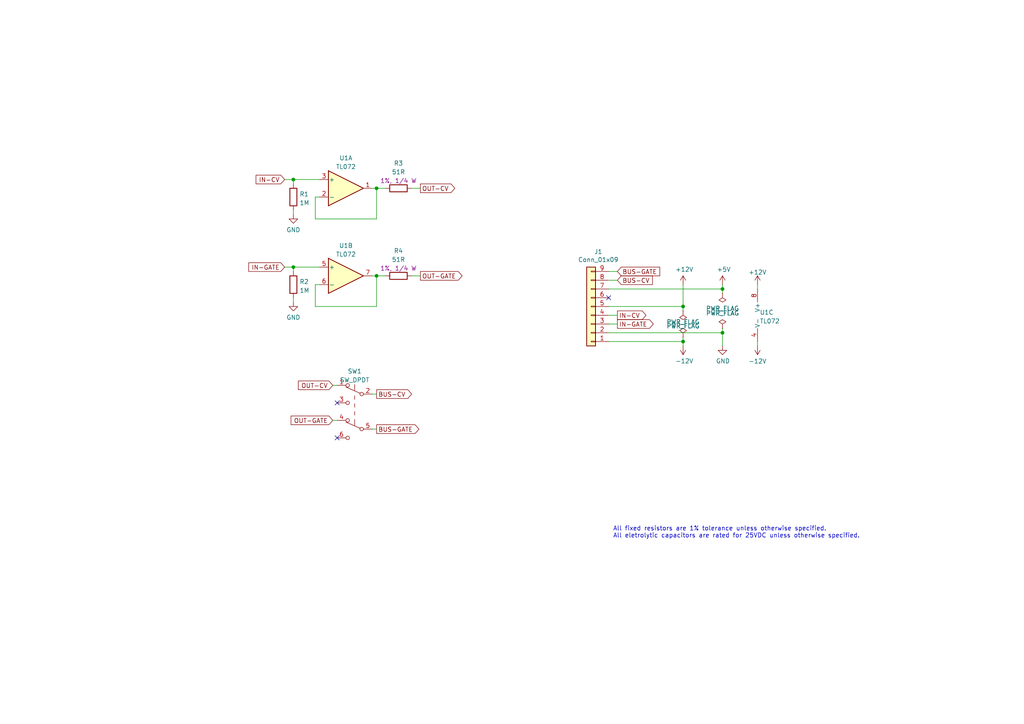
<source format=kicad_sch>
(kicad_sch (version 20211123) (generator eeschema)

  (uuid a1a9a0d8-c6de-418f-9a57-bf7f74b6d401)

  (paper "A4")

  (title_block
    (title "Bus Driver Prototype")
    (date "2022-05-28")
    (rev "1.0")
    (company "Len Popp")
    (comment 1 "Copyright © 2022 Len Popp CC BY")
    (comment 2 "Circuit design for my custom Eurorack breadboard prototyping module")
  )

  (lib_symbols
    (symbol "-lmp-opamp:TL072" (pin_names (offset 0.127)) (in_bom yes) (on_board yes)
      (property "Reference" "U" (id 0) (at 0 5.08 0)
        (effects (font (size 1.27 1.27)) (justify left))
      )
      (property "Value" "TL072" (id 1) (at 0 -5.08 0)
        (effects (font (size 1.27 1.27)) (justify left))
      )
      (property "Footprint" "Package_DIP:DIP-8_W7.62mm" (id 2) (at 0 0 0)
        (effects (font (size 1.27 1.27)) hide)
      )
      (property "Datasheet" "https://www.ti.com/lit/ds/symlink/tl072b.pdf?ts=1628812694194" (id 3) (at 0 0 0)
        (effects (font (size 1.27 1.27)) hide)
      )
      (property "Manufacturer" "Texas Instruments" (id 4) (at 0 0 0)
        (effects (font (size 1.27 1.27)) hide)
      )
      (property "ManufacturerPartNum" "TL072BCP" (id 5) (at 0 0 0)
        (effects (font (size 1.27 1.27)) hide)
      )
      (property "Distributor" "Mouser" (id 6) (at 0 0 0)
        (effects (font (size 1.27 1.27)) hide)
      )
      (property "DistributorPartNum" "595-TL072BCP" (id 7) (at 0 0 0)
        (effects (font (size 1.27 1.27)) hide)
      )
      (property "DistributorPartLink" "https://www.mouser.ca/ProductDetail/Texas-Instruments/TL072BCP?qs=p6YqzpSxLIxmo8AyZLsP4g%3D%3D" (id 8) (at 0 0 0)
        (effects (font (size 1.27 1.27)) hide)
      )
      (property "ki_locked" "" (id 9) (at 0 0 0)
        (effects (font (size 1.27 1.27)))
      )
      (property "ki_keywords" "quad opamp" (id 10) (at 0 0 0)
        (effects (font (size 1.27 1.27)) hide)
      )
      (property "ki_description" "Dual Low-Noise JFET-Input Operational Amplifiers, DIP-8/SOIC-8" (id 11) (at 0 0 0)
        (effects (font (size 1.27 1.27)) hide)
      )
      (property "ki_fp_filters" "SOIC*3.9x4.9mm*P1.27mm* DIP*W7.62mm* TO*99* OnSemi*Micro8* TSSOP*3x3mm*P0.65mm* TSSOP*4.4x3mm*P0.65mm* MSOP*3x3mm*P0.65mm* SSOP*3.9x4.9mm*P0.635mm* LFCSP*2x2mm*P0.5mm* *SIP* SOIC*5.3x6.2mm*P1.27mm*" (id 12) (at 0 0 0)
        (effects (font (size 1.27 1.27)) hide)
      )
      (symbol "TL072_1_1"
        (polyline
          (pts
            (xy -5.08 5.08)
            (xy 5.08 0)
            (xy -5.08 -5.08)
            (xy -5.08 5.08)
          )
          (stroke (width 0.254) (type default) (color 0 0 0 0))
          (fill (type background))
        )
        (pin output line (at 7.62 0 180) (length 2.54)
          (name "~" (effects (font (size 1.27 1.27))))
          (number "1" (effects (font (size 1.27 1.27))))
        )
        (pin input line (at -7.62 -2.54 0) (length 2.54)
          (name "-" (effects (font (size 1.27 1.27))))
          (number "2" (effects (font (size 1.27 1.27))))
        )
        (pin input line (at -7.62 2.54 0) (length 2.54)
          (name "+" (effects (font (size 1.27 1.27))))
          (number "3" (effects (font (size 1.27 1.27))))
        )
      )
      (symbol "TL072_2_1"
        (polyline
          (pts
            (xy -5.08 5.08)
            (xy 5.08 0)
            (xy -5.08 -5.08)
            (xy -5.08 5.08)
          )
          (stroke (width 0.254) (type default) (color 0 0 0 0))
          (fill (type background))
        )
        (pin input line (at -7.62 2.54 0) (length 2.54)
          (name "+" (effects (font (size 1.27 1.27))))
          (number "5" (effects (font (size 1.27 1.27))))
        )
        (pin input line (at -7.62 -2.54 0) (length 2.54)
          (name "-" (effects (font (size 1.27 1.27))))
          (number "6" (effects (font (size 1.27 1.27))))
        )
        (pin output line (at 7.62 0 180) (length 2.54)
          (name "~" (effects (font (size 1.27 1.27))))
          (number "7" (effects (font (size 1.27 1.27))))
        )
      )
      (symbol "TL072_3_1"
        (pin power_in line (at -2.54 -7.62 90) (length 3.81)
          (name "V-" (effects (font (size 1.27 1.27))))
          (number "4" (effects (font (size 1.27 1.27))))
        )
        (pin power_in line (at -2.54 7.62 270) (length 3.81)
          (name "V+" (effects (font (size 1.27 1.27))))
          (number "8" (effects (font (size 1.27 1.27))))
        )
      )
    )
    (symbol "-lmp-power:+12V" (power) (pin_names (offset 0)) (in_bom yes) (on_board yes)
      (property "Reference" "#PWR" (id 0) (at 0 -3.81 0)
        (effects (font (size 1.27 1.27)) hide)
      )
      (property "Value" "+12V" (id 1) (at 0 3.556 0)
        (effects (font (size 1.27 1.27)))
      )
      (property "Footprint" "" (id 2) (at 0 0 0)
        (effects (font (size 1.27 1.27)) hide)
      )
      (property "Datasheet" "" (id 3) (at 0 0 0)
        (effects (font (size 1.27 1.27)) hide)
      )
      (property "ki_keywords" "power-flag" (id 4) (at 0 0 0)
        (effects (font (size 1.27 1.27)) hide)
      )
      (property "ki_description" "Power symbol creates a global label with name \"+12V\"" (id 5) (at 0 0 0)
        (effects (font (size 1.27 1.27)) hide)
      )
      (symbol "+12V_0_1"
        (polyline
          (pts
            (xy -0.762 1.27)
            (xy 0 2.54)
          )
          (stroke (width 0) (type default) (color 0 0 0 0))
          (fill (type none))
        )
        (polyline
          (pts
            (xy 0 0)
            (xy 0 2.54)
          )
          (stroke (width 0) (type default) (color 0 0 0 0))
          (fill (type none))
        )
        (polyline
          (pts
            (xy 0 2.54)
            (xy 0.762 1.27)
          )
          (stroke (width 0) (type default) (color 0 0 0 0))
          (fill (type none))
        )
      )
      (symbol "+12V_1_1"
        (pin power_in line (at 0 0 90) (length 0) hide
          (name "+12V" (effects (font (size 1.27 1.27))))
          (number "1" (effects (font (size 1.27 1.27))))
        )
      )
    )
    (symbol "-lmp-power:+5V" (power) (pin_names (offset 0)) (in_bom yes) (on_board yes)
      (property "Reference" "#PWR" (id 0) (at 0 -3.81 0)
        (effects (font (size 1.27 1.27)) hide)
      )
      (property "Value" "+5V" (id 1) (at 0 3.556 0)
        (effects (font (size 1.27 1.27)))
      )
      (property "Footprint" "" (id 2) (at 0 0 0)
        (effects (font (size 1.27 1.27)) hide)
      )
      (property "Datasheet" "" (id 3) (at 0 0 0)
        (effects (font (size 1.27 1.27)) hide)
      )
      (property "ki_keywords" "power-flag" (id 4) (at 0 0 0)
        (effects (font (size 1.27 1.27)) hide)
      )
      (property "ki_description" "Power symbol creates a global label with name \"+5V\"" (id 5) (at 0 0 0)
        (effects (font (size 1.27 1.27)) hide)
      )
      (symbol "+5V_0_1"
        (polyline
          (pts
            (xy -0.762 1.27)
            (xy 0 2.54)
          )
          (stroke (width 0) (type default) (color 0 0 0 0))
          (fill (type none))
        )
        (polyline
          (pts
            (xy 0 0)
            (xy 0 2.54)
          )
          (stroke (width 0) (type default) (color 0 0 0 0))
          (fill (type none))
        )
        (polyline
          (pts
            (xy 0 2.54)
            (xy 0.762 1.27)
          )
          (stroke (width 0) (type default) (color 0 0 0 0))
          (fill (type none))
        )
      )
      (symbol "+5V_1_1"
        (pin power_in line (at 0 0 90) (length 0) hide
          (name "+5V" (effects (font (size 1.27 1.27))))
          (number "1" (effects (font (size 1.27 1.27))))
        )
      )
    )
    (symbol "-lmp-power:-12V" (power) (pin_names (offset 0)) (in_bom yes) (on_board yes)
      (property "Reference" "#PWR" (id 0) (at 0 3.81 0)
        (effects (font (size 1.27 1.27)) hide)
      )
      (property "Value" "-12V" (id 1) (at 0 -3.556 0)
        (effects (font (size 1.27 1.27)))
      )
      (property "Footprint" "" (id 2) (at 0 0 0)
        (effects (font (size 1.27 1.27)) hide)
      )
      (property "Datasheet" "" (id 3) (at 0 0 0)
        (effects (font (size 1.27 1.27)) hide)
      )
      (property "ki_keywords" "power-flag" (id 4) (at 0 0 0)
        (effects (font (size 1.27 1.27)) hide)
      )
      (property "ki_description" "Power symbol creates a global label with name \"-12V\"" (id 5) (at 0 0 0)
        (effects (font (size 1.27 1.27)) hide)
      )
      (symbol "-12V_0_1"
        (polyline
          (pts
            (xy -0.762 -1.27)
            (xy 0 -2.54)
          )
          (stroke (width 0) (type default) (color 0 0 0 0))
          (fill (type none))
        )
        (polyline
          (pts
            (xy 0 -2.54)
            (xy 0.762 -1.27)
          )
          (stroke (width 0) (type default) (color 0 0 0 0))
          (fill (type none))
        )
        (polyline
          (pts
            (xy 0 0)
            (xy 0 -2.54)
          )
          (stroke (width 0) (type default) (color 0 0 0 0))
          (fill (type none))
        )
      )
      (symbol "-12V_1_1"
        (pin power_in line (at 0 0 270) (length 0) hide
          (name "-12V" (effects (font (size 1.27 1.27))))
          (number "1" (effects (font (size 1.27 1.27))))
        )
      )
    )
    (symbol "-lmp-power:GND" (power) (pin_names (offset 0)) (in_bom yes) (on_board yes)
      (property "Reference" "#PWR" (id 0) (at 0 -6.35 0)
        (effects (font (size 1.27 1.27)) hide)
      )
      (property "Value" "GND" (id 1) (at 0 -3.81 0)
        (effects (font (size 1.27 1.27)))
      )
      (property "Footprint" "" (id 2) (at 0 0 0)
        (effects (font (size 1.27 1.27)) hide)
      )
      (property "Datasheet" "" (id 3) (at 0 0 0)
        (effects (font (size 1.27 1.27)) hide)
      )
      (property "ki_keywords" "power-flag" (id 4) (at 0 0 0)
        (effects (font (size 1.27 1.27)) hide)
      )
      (property "ki_description" "Power symbol creates a global label with name \"GND\" , ground" (id 5) (at 0 0 0)
        (effects (font (size 1.27 1.27)) hide)
      )
      (symbol "GND_0_1"
        (polyline
          (pts
            (xy 0 0)
            (xy 0 -1.27)
            (xy 1.27 -1.27)
            (xy 0 -2.54)
            (xy -1.27 -1.27)
            (xy 0 -1.27)
          )
          (stroke (width 0) (type default) (color 0 0 0 0))
          (fill (type none))
        )
      )
      (symbol "GND_1_1"
        (pin power_in line (at 0 0 270) (length 0) hide
          (name "GND" (effects (font (size 1.27 1.27))))
          (number "1" (effects (font (size 1.27 1.27))))
        )
      )
    )
    (symbol "-lmp-power:PWR_FLAG" (power) (pin_numbers hide) (pin_names (offset 0) hide) (in_bom yes) (on_board yes)
      (property "Reference" "#FLG" (id 0) (at 0 1.905 0)
        (effects (font (size 1.27 1.27)) hide)
      )
      (property "Value" "PWR_FLAG" (id 1) (at 0 3.81 0)
        (effects (font (size 1.27 1.27)))
      )
      (property "Footprint" "" (id 2) (at 0 0 0)
        (effects (font (size 1.27 1.27)) hide)
      )
      (property "Datasheet" "~" (id 3) (at 0 0 0)
        (effects (font (size 1.27 1.27)) hide)
      )
      (property "ki_keywords" "power-flag" (id 4) (at 0 0 0)
        (effects (font (size 1.27 1.27)) hide)
      )
      (property "ki_description" "Special symbol for telling ERC where power comes from" (id 5) (at 0 0 0)
        (effects (font (size 1.27 1.27)) hide)
      )
      (symbol "PWR_FLAG_0_0"
        (pin power_out line (at 0 0 90) (length 0)
          (name "pwr" (effects (font (size 1.27 1.27))))
          (number "1" (effects (font (size 1.27 1.27))))
        )
      )
      (symbol "PWR_FLAG_0_1"
        (polyline
          (pts
            (xy 0 0)
            (xy 0 1.27)
            (xy -1.016 1.905)
            (xy 0 2.54)
            (xy 1.016 1.905)
            (xy 0 1.27)
          )
          (stroke (width 0) (type default) (color 0 0 0 0))
          (fill (type none))
        )
      )
    )
    (symbol "-lmp-synth:R_51R_Output" (pin_numbers hide) (pin_names (offset 0)) (in_bom yes) (on_board yes)
      (property "Reference" "R" (id 0) (at -2.286 0 90)
        (effects (font (size 1.27 1.27)))
      )
      (property "Value" "R_51R_Output" (id 1) (at 2.413 0 90)
        (effects (font (size 1.27 1.27)))
      )
      (property "Footprint" "-lmp-misc:R_Axial_DIN0207_L6.3mm_D2.5mm_P10.16mm_Horizontal" (id 2) (at -1.778 0 90)
        (effects (font (size 1.27 1.27)) hide)
      )
      (property "Datasheet" "https://www.mouser.ca/datasheet/2/447/Yageo_LR_MFR_1-1714151.pdf" (id 3) (at 0 0 0)
        (effects (font (size 1.27 1.27)) hide)
      )
      (property "Value2" "1%, 1/4 W" (id 4) (at 4.445 0 90)
        (effects (font (size 1.27 1.27)))
      )
      (property "Note" "Output limiting" (id 5) (at -1.905 -1.905 90)
        (effects (font (size 1.27 1.27)) hide)
      )
      (property "Manufacturer" "YAGEO" (id 6) (at 0 0 0)
        (effects (font (size 1.27 1.27)) hide)
      )
      (property "ManufacturerPartNum" "MFR-25FBF52-51R" (id 7) (at 0 0 0)
        (effects (font (size 1.27 1.27)) hide)
      )
      (property "Distributor" "Mouser" (id 8) (at -1.905 0 90)
        (effects (font (size 1.27 1.27)) hide)
      )
      (property "DistributorPartNum" "603-MFR-25FBF52-51R" (id 9) (at 0 0 0)
        (effects (font (size 1.27 1.27)) hide)
      )
      (property "DistributorPartLink" "https://www.mouser.ca/ProductDetail/?qs=oAGoVhmvjhzVx2bdEH1TLQ%3D%3D" (id 10) (at 0 0 0)
        (effects (font (size 1.27 1.27)) hide)
      )
      (property "ki_keywords" "R res resistor" (id 11) (at 0 0 0)
        (effects (font (size 1.27 1.27)) hide)
      )
      (property "ki_description" "Resistor" (id 12) (at 0 0 0)
        (effects (font (size 1.27 1.27)) hide)
      )
      (property "ki_fp_filters" "R_*" (id 13) (at 0 0 0)
        (effects (font (size 1.27 1.27)) hide)
      )
      (symbol "R_51R_Output_0_1"
        (rectangle (start -1.016 -2.54) (end 1.016 2.54)
          (stroke (width 0.254) (type default) (color 0 0 0 0))
          (fill (type none))
        )
      )
      (symbol "R_51R_Output_1_1"
        (pin passive line (at 0 3.81 270) (length 1.27)
          (name "~" (effects (font (size 1.27 1.27))))
          (number "1" (effects (font (size 1.27 1.27))))
        )
        (pin passive line (at 0 -3.81 90) (length 1.27)
          (name "~" (effects (font (size 1.27 1.27))))
          (number "2" (effects (font (size 1.27 1.27))))
        )
      )
    )
    (symbol "-lmp-synth:SW_DPDT" (pin_names (offset 0) hide) (in_bom yes) (on_board yes)
      (property "Reference" "SW" (id 0) (at 0 8.89 0)
        (effects (font (size 1.27 1.27)))
      )
      (property "Value" "SW_DPDT" (id 1) (at 0 -10.16 0)
        (effects (font (size 1.27 1.27)))
      )
      (property "Footprint" "-lmp-misc:SW_DPDT_THT_2.54" (id 2) (at 0 5.08 0)
        (effects (font (size 1.27 1.27)) hide)
      )
      (property "Datasheet" "https://www.carlingtech.com/sites/default/files/documents/Carling-MTS-2S-Series.pdf" (id 3) (at 0 5.08 0)
        (effects (font (size 1.27 1.27)) hide)
      )
      (property "Distributor" "Mouser" (id 4) (at 0 0 0)
        (effects (font (size 1.27 1.27)) hide)
      )
      (property "DistributorPartNum" "10TC415" (id 5) (at 0 0 0)
        (effects (font (size 1.27 1.27)) hide)
      )
      (property "DistributorPartLink" "https://www.mouser.ca/ProductDetail/Mountain-Switch/10TC415?qs=iZD9pWtnGRefQ6NhCLkVPw%3D%3D" (id 6) (at 0 0 0)
        (effects (font (size 1.27 1.27)) hide)
      )
      (property "Distributor2" "Antique Electronic Supply" (id 7) (at 0 0 0)
        (effects (font (size 1.27 1.27)) hide)
      )
      (property "DistributorPartNum2" "P-H545-SUB" (id 8) (at 0 0 0)
        (effects (font (size 1.27 1.27)) hide)
      )
      (property "DistributorPartLink2" "https://www.tubesandmore.com/products/switch-carling-submini-toggle-dpdt-2-position-pc-pins" (id 9) (at 0 0 0)
        (effects (font (size 1.27 1.27)) hide)
      )
      (property "Distributor3" "Thonk" (id 10) (at 0 0 0)
        (effects (font (size 1.27 1.27)) hide)
      )
      (property "DistributorPartNum3" "Group_SWITCH_DW" (id 11) (at 0 0 0)
        (effects (font (size 1.27 1.27)) hide)
      )
      (property "DistributorPartLink3" "https://www.thonk.co.uk/shop/sub-mini-toggle-switches/" (id 12) (at 0 0 0)
        (effects (font (size 1.27 1.27)) hide)
      )
      (property "Manufacturer" "Carling" (id 13) (at 0 0 0)
        (effects (font (size 1.27 1.27)) hide)
      )
      (property "ManufacturerPartNum" "2S1-MDP1-T1-B1-M2QE" (id 14) (at 0 0 0)
        (effects (font (size 1.27 1.27)) hide)
      )
      (property "ki_keywords" "switch dual-pole double-throw spdt ON-ON" (id 15) (at 0 0 0)
        (effects (font (size 1.27 1.27)) hide)
      )
      (property "ki_description" "Momentary Switch, dual pole double throw" (id 16) (at 0 0 0)
        (effects (font (size 1.27 1.27)) hide)
      )
      (symbol "SW_DPDT_0_0"
        (circle (center -2.032 -5.08) (radius 0.508)
          (stroke (width 0) (type default) (color 0 0 0 0))
          (fill (type none))
        )
        (circle (center -2.032 5.08) (radius 0.508)
          (stroke (width 0) (type default) (color 0 0 0 0))
          (fill (type none))
        )
        (circle (center 2.032 -7.62) (radius 0.508)
          (stroke (width 0) (type default) (color 0 0 0 0))
          (fill (type none))
        )
        (circle (center 2.032 2.54) (radius 0.508)
          (stroke (width 0) (type default) (color 0 0 0 0))
          (fill (type none))
        )
      )
      (symbol "SW_DPDT_0_1"
        (polyline
          (pts
            (xy -1.524 -4.826)
            (xy 2.54 -3.048)
          )
          (stroke (width 0) (type default) (color 0 0 0 0))
          (fill (type none))
        )
        (polyline
          (pts
            (xy -1.524 5.334)
            (xy 2.54 7.112)
          )
          (stroke (width 0) (type default) (color 0 0 0 0))
          (fill (type none))
        )
        (polyline
          (pts
            (xy 0 -2.286)
            (xy 0 -4.064)
          )
          (stroke (width 0) (type default) (color 0 0 0 0))
          (fill (type none))
        )
        (polyline
          (pts
            (xy 0 -1.016)
            (xy 0 0)
          )
          (stroke (width 0) (type default) (color 0 0 0 0))
          (fill (type none))
        )
        (polyline
          (pts
            (xy 0 1.27)
            (xy 0 2.286)
          )
          (stroke (width 0) (type default) (color 0 0 0 0))
          (fill (type none))
        )
        (polyline
          (pts
            (xy 0 3.556)
            (xy 0 4.572)
          )
          (stroke (width 0) (type default) (color 0 0 0 0))
          (fill (type none))
        )
        (polyline
          (pts
            (xy 0 7.874)
            (xy 0 6.096)
          )
          (stroke (width 0) (type default) (color 0 0 0 0))
          (fill (type none))
        )
        (circle (center 2.032 -2.54) (radius 0.508)
          (stroke (width 0) (type default) (color 0 0 0 0))
          (fill (type none))
        )
        (circle (center 2.032 7.62) (radius 0.508)
          (stroke (width 0) (type default) (color 0 0 0 0))
          (fill (type none))
        )
      )
      (symbol "SW_DPDT_1_1"
        (pin passive line (at 5.08 7.62 180) (length 2.54)
          (name "A" (effects (font (size 1.27 1.27))))
          (number "1" (effects (font (size 1.27 1.27))))
        )
        (pin passive line (at -5.08 5.08 0) (length 2.54)
          (name "B" (effects (font (size 1.27 1.27))))
          (number "2" (effects (font (size 1.27 1.27))))
        )
        (pin passive line (at 5.08 2.54 180) (length 2.54)
          (name "C" (effects (font (size 1.27 1.27))))
          (number "3" (effects (font (size 1.27 1.27))))
        )
        (pin passive line (at 5.08 -2.54 180) (length 2.54)
          (name "A" (effects (font (size 1.27 1.27))))
          (number "4" (effects (font (size 1.27 1.27))))
        )
        (pin passive line (at -5.08 -5.08 0) (length 2.54)
          (name "B" (effects (font (size 1.27 1.27))))
          (number "5" (effects (font (size 1.27 1.27))))
        )
        (pin passive line (at 5.08 -7.62 180) (length 2.54)
          (name "C" (effects (font (size 1.27 1.27))))
          (number "6" (effects (font (size 1.27 1.27))))
        )
      )
    )
    (symbol "-lmp:R_1%_0W166" (pin_numbers hide) (pin_names (offset 0)) (in_bom yes) (on_board yes)
      (property "Reference" "R" (id 0) (at -2.286 0 90)
        (effects (font (size 1.27 1.27)))
      )
      (property "Value" "R_1%_0W166" (id 1) (at 2.413 0 90)
        (effects (font (size 1.27 1.27)))
      )
      (property "Footprint" "-lmp-misc:R_Axial_DIN0207_L6.3mm_D2.5mm_P7.62mm_Horizontal" (id 2) (at -1.778 0 90)
        (effects (font (size 1.27 1.27)) hide)
      )
      (property "Datasheet" "https://www.mouser.ca/datasheet/2/447/Yageo_LR_MFR_1-1714151.pdf" (id 3) (at 0 0 0)
        (effects (font (size 1.27 1.27)) hide)
      )
      (property "Manufacturer" "YAGEO" (id 4) (at 0 0 0)
        (effects (font (size 1.27 1.27)) hide)
      )
      (property "ManufacturerPartNum" "MFR-12*" (id 5) (at 0 0 0)
        (effects (font (size 1.27 1.27)) hide)
      )
      (property "Distributor" "Mouser" (id 6) (at 0 0 0)
        (effects (font (size 1.27 1.27)) hide)
      )
      (property "DistributorPartNum" "603-MFR-12*" (id 7) (at 0 0 0)
        (effects (font (size 1.27 1.27)) hide)
      )
      (property "DistributorPartLink" "https://www.mouser.ca/c/?m=YAGEO&power+rating=166+mW+(1%2f6+W)&tolerance=1+%25&instock=y" (id 8) (at 0 0 0)
        (effects (font (size 1.27 1.27)) hide)
      )
      (property "Value2" "1%, 1/6 W" (id 9) (at 4.953 0 90)
        (effects (font (size 1.27 1.27)) hide)
      )
      (property "ki_keywords" "R res resistor" (id 10) (at 0 0 0)
        (effects (font (size 1.27 1.27)) hide)
      )
      (property "ki_description" "Resistor" (id 11) (at 0 0 0)
        (effects (font (size 1.27 1.27)) hide)
      )
      (property "ki_fp_filters" "R_*" (id 12) (at 0 0 0)
        (effects (font (size 1.27 1.27)) hide)
      )
      (symbol "R_1%_0W166_0_1"
        (rectangle (start -1.016 -2.54) (end 1.016 2.54)
          (stroke (width 0.254) (type default) (color 0 0 0 0))
          (fill (type none))
        )
      )
      (symbol "R_1%_0W166_1_1"
        (pin passive line (at 0 3.81 270) (length 1.27)
          (name "~" (effects (font (size 1.27 1.27))))
          (number "1" (effects (font (size 1.27 1.27))))
        )
        (pin passive line (at 0 -3.81 90) (length 1.27)
          (name "~" (effects (font (size 1.27 1.27))))
          (number "2" (effects (font (size 1.27 1.27))))
        )
      )
    )
    (symbol "Connector_Generic:Conn_01x09" (pin_names (offset 1.016) hide) (in_bom yes) (on_board yes)
      (property "Reference" "J" (id 0) (at 0 12.7 0)
        (effects (font (size 1.27 1.27)))
      )
      (property "Value" "Conn_01x09" (id 1) (at 0 -12.7 0)
        (effects (font (size 1.27 1.27)))
      )
      (property "Footprint" "" (id 2) (at 0 0 0)
        (effects (font (size 1.27 1.27)) hide)
      )
      (property "Datasheet" "~" (id 3) (at 0 0 0)
        (effects (font (size 1.27 1.27)) hide)
      )
      (property "ki_keywords" "connector" (id 4) (at 0 0 0)
        (effects (font (size 1.27 1.27)) hide)
      )
      (property "ki_description" "Generic connector, single row, 01x09, script generated (kicad-library-utils/schlib/autogen/connector/)" (id 5) (at 0 0 0)
        (effects (font (size 1.27 1.27)) hide)
      )
      (property "ki_fp_filters" "Connector*:*_1x??_*" (id 6) (at 0 0 0)
        (effects (font (size 1.27 1.27)) hide)
      )
      (symbol "Conn_01x09_1_1"
        (rectangle (start -1.27 -10.033) (end 0 -10.287)
          (stroke (width 0.1524) (type default) (color 0 0 0 0))
          (fill (type none))
        )
        (rectangle (start -1.27 -7.493) (end 0 -7.747)
          (stroke (width 0.1524) (type default) (color 0 0 0 0))
          (fill (type none))
        )
        (rectangle (start -1.27 -4.953) (end 0 -5.207)
          (stroke (width 0.1524) (type default) (color 0 0 0 0))
          (fill (type none))
        )
        (rectangle (start -1.27 -2.413) (end 0 -2.667)
          (stroke (width 0.1524) (type default) (color 0 0 0 0))
          (fill (type none))
        )
        (rectangle (start -1.27 0.127) (end 0 -0.127)
          (stroke (width 0.1524) (type default) (color 0 0 0 0))
          (fill (type none))
        )
        (rectangle (start -1.27 2.667) (end 0 2.413)
          (stroke (width 0.1524) (type default) (color 0 0 0 0))
          (fill (type none))
        )
        (rectangle (start -1.27 5.207) (end 0 4.953)
          (stroke (width 0.1524) (type default) (color 0 0 0 0))
          (fill (type none))
        )
        (rectangle (start -1.27 7.747) (end 0 7.493)
          (stroke (width 0.1524) (type default) (color 0 0 0 0))
          (fill (type none))
        )
        (rectangle (start -1.27 10.287) (end 0 10.033)
          (stroke (width 0.1524) (type default) (color 0 0 0 0))
          (fill (type none))
        )
        (rectangle (start -1.27 11.43) (end 1.27 -11.43)
          (stroke (width 0.254) (type default) (color 0 0 0 0))
          (fill (type background))
        )
        (pin passive line (at -5.08 10.16 0) (length 3.81)
          (name "Pin_1" (effects (font (size 1.27 1.27))))
          (number "1" (effects (font (size 1.27 1.27))))
        )
        (pin passive line (at -5.08 7.62 0) (length 3.81)
          (name "Pin_2" (effects (font (size 1.27 1.27))))
          (number "2" (effects (font (size 1.27 1.27))))
        )
        (pin passive line (at -5.08 5.08 0) (length 3.81)
          (name "Pin_3" (effects (font (size 1.27 1.27))))
          (number "3" (effects (font (size 1.27 1.27))))
        )
        (pin passive line (at -5.08 2.54 0) (length 3.81)
          (name "Pin_4" (effects (font (size 1.27 1.27))))
          (number "4" (effects (font (size 1.27 1.27))))
        )
        (pin passive line (at -5.08 0 0) (length 3.81)
          (name "Pin_5" (effects (font (size 1.27 1.27))))
          (number "5" (effects (font (size 1.27 1.27))))
        )
        (pin passive line (at -5.08 -2.54 0) (length 3.81)
          (name "Pin_6" (effects (font (size 1.27 1.27))))
          (number "6" (effects (font (size 1.27 1.27))))
        )
        (pin passive line (at -5.08 -5.08 0) (length 3.81)
          (name "Pin_7" (effects (font (size 1.27 1.27))))
          (number "7" (effects (font (size 1.27 1.27))))
        )
        (pin passive line (at -5.08 -7.62 0) (length 3.81)
          (name "Pin_8" (effects (font (size 1.27 1.27))))
          (number "8" (effects (font (size 1.27 1.27))))
        )
        (pin passive line (at -5.08 -10.16 0) (length 3.81)
          (name "Pin_9" (effects (font (size 1.27 1.27))))
          (number "9" (effects (font (size 1.27 1.27))))
        )
      )
    )
  )

  (junction (at 198.12 99.06) (diameter 0) (color 0 0 0 0)
    (uuid 22c22de0-30f9-42af-ac14-44974608319c)
  )
  (junction (at 198.12 88.9) (diameter 0) (color 0 0 0 0)
    (uuid 277337c2-8b08-4bed-a885-4a8adba6aa1b)
  )
  (junction (at 209.55 96.52) (diameter 0) (color 0 0 0 0)
    (uuid 2de0f335-3e5d-4176-a9c8-d3718f0aa5a9)
  )
  (junction (at 85.09 52.07) (diameter 0) (color 0 0 0 0)
    (uuid 46aeee36-90fc-4300-87c7-16f9f4331ba2)
  )
  (junction (at 209.55 83.82) (diameter 0) (color 0 0 0 0)
    (uuid 5802adda-5a62-42e3-8e55-f26224a0ef6f)
  )
  (junction (at 109.22 54.61) (diameter 0) (color 0 0 0 0)
    (uuid b299ae9f-7187-4be2-80a4-ed2408361103)
  )
  (junction (at 109.22 80.01) (diameter 0) (color 0 0 0 0)
    (uuid cd528440-84c9-402c-9d2f-5b0c1291e9ae)
  )
  (junction (at 85.09 77.47) (diameter 0) (color 0 0 0 0)
    (uuid fb4eb797-3cca-4f73-a818-261ee1e2b677)
  )

  (no_connect (at 176.53 86.36) (uuid 90a74f5e-7380-4ff0-bb5e-d9d5841f174b))
  (no_connect (at 97.79 116.84) (uuid d111fa36-8548-4dcd-978f-7abd255d4b74))
  (no_connect (at 97.79 127) (uuid d111fa36-8548-4dcd-978f-7abd255d4b74))

  (wire (pts (xy 85.09 62.23) (xy 85.09 60.96))
    (stroke (width 0) (type default) (color 0 0 0 0))
    (uuid 03acb39b-53d4-40c2-86a5-a7f61acd181f)
  )
  (wire (pts (xy 109.22 54.61) (xy 109.22 63.5))
    (stroke (width 0) (type default) (color 0 0 0 0))
    (uuid 13533f5e-e622-49ed-b174-446d113f3379)
  )
  (wire (pts (xy 176.53 91.44) (xy 179.07 91.44))
    (stroke (width 0) (type default) (color 0 0 0 0))
    (uuid 15f06c58-f54a-4e99-8411-3b02ee2b6d87)
  )
  (wire (pts (xy 85.09 87.63) (xy 85.09 86.36))
    (stroke (width 0) (type default) (color 0 0 0 0))
    (uuid 19a39bc6-9726-469b-8869-a71bfe4a2eca)
  )
  (wire (pts (xy 198.12 99.06) (xy 198.12 97.79))
    (stroke (width 0) (type default) (color 0 0 0 0))
    (uuid 27949936-d4de-46b8-a7b5-f27b8704bb91)
  )
  (wire (pts (xy 209.55 95.25) (xy 209.55 96.52))
    (stroke (width 0) (type default) (color 0 0 0 0))
    (uuid 2e8b0c18-e4dc-4e55-ae79-2a9f266398d1)
  )
  (wire (pts (xy 91.44 82.55) (xy 91.44 88.9))
    (stroke (width 0) (type default) (color 0 0 0 0))
    (uuid 31e9fff9-99fc-4cb6-a487-849d67067810)
  )
  (wire (pts (xy 92.71 82.55) (xy 91.44 82.55))
    (stroke (width 0) (type default) (color 0 0 0 0))
    (uuid 321d2778-e3ea-4b24-8634-c7eab3f8898d)
  )
  (wire (pts (xy 96.52 121.92) (xy 97.79 121.92))
    (stroke (width 0) (type default) (color 0 0 0 0))
    (uuid 3b788b70-7980-462e-b4d8-bf3b6ee2408a)
  )
  (wire (pts (xy 109.22 54.61) (xy 111.76 54.61))
    (stroke (width 0) (type default) (color 0 0 0 0))
    (uuid 573bdb13-848d-4972-946d-b15a274f3f1c)
  )
  (wire (pts (xy 179.07 93.98) (xy 176.53 93.98))
    (stroke (width 0) (type default) (color 0 0 0 0))
    (uuid 57d975d4-6607-4de8-909d-121b06b236cd)
  )
  (wire (pts (xy 107.95 54.61) (xy 109.22 54.61))
    (stroke (width 0) (type default) (color 0 0 0 0))
    (uuid 599a1fd1-7b7b-45c7-870d-0d2a7059d31e)
  )
  (wire (pts (xy 209.55 96.52) (xy 176.53 96.52))
    (stroke (width 0) (type default) (color 0 0 0 0))
    (uuid 694a8561-8fe5-4c63-8ec3-a4bf3d5f6f49)
  )
  (wire (pts (xy 109.22 80.01) (xy 111.76 80.01))
    (stroke (width 0) (type default) (color 0 0 0 0))
    (uuid 6f8d91d3-9ceb-4446-a889-a1547274abbe)
  )
  (wire (pts (xy 119.38 80.01) (xy 121.92 80.01))
    (stroke (width 0) (type default) (color 0 0 0 0))
    (uuid 7512645f-c0ec-4c55-8f2f-46ff1c92b804)
  )
  (wire (pts (xy 119.38 54.61) (xy 121.92 54.61))
    (stroke (width 0) (type default) (color 0 0 0 0))
    (uuid 7d4b0ddf-f135-44f2-85b6-2cd9cfa11344)
  )
  (wire (pts (xy 198.12 90.17) (xy 198.12 88.9))
    (stroke (width 0) (type default) (color 0 0 0 0))
    (uuid 80016814-1048-4c03-8951-199346c6ded2)
  )
  (wire (pts (xy 107.95 114.3) (xy 109.22 114.3))
    (stroke (width 0) (type default) (color 0 0 0 0))
    (uuid 80395e33-71d7-4e93-95df-9b99cef01b14)
  )
  (wire (pts (xy 85.09 52.07) (xy 82.55 52.07))
    (stroke (width 0) (type default) (color 0 0 0 0))
    (uuid 8af70991-d295-47e2-8773-8a541e1e685f)
  )
  (wire (pts (xy 198.12 99.06) (xy 176.53 99.06))
    (stroke (width 0) (type default) (color 0 0 0 0))
    (uuid 98d5b032-0729-4f09-987b-334a5aaaf3d0)
  )
  (wire (pts (xy 176.53 81.28) (xy 179.07 81.28))
    (stroke (width 0) (type default) (color 0 0 0 0))
    (uuid 9bdeda29-d138-4c87-b429-3ac24826c6e2)
  )
  (wire (pts (xy 85.09 52.07) (xy 92.71 52.07))
    (stroke (width 0) (type default) (color 0 0 0 0))
    (uuid a13c091e-b6d8-428d-954f-1d4eb6834de7)
  )
  (wire (pts (xy 107.95 124.46) (xy 109.22 124.46))
    (stroke (width 0) (type default) (color 0 0 0 0))
    (uuid a1b1f79d-2d79-4409-90c0-25860b1e544f)
  )
  (wire (pts (xy 91.44 63.5) (xy 91.44 57.15))
    (stroke (width 0) (type default) (color 0 0 0 0))
    (uuid a4e717c1-ba14-4ecd-90b1-691af51869eb)
  )
  (wire (pts (xy 209.55 83.82) (xy 176.53 83.82))
    (stroke (width 0) (type default) (color 0 0 0 0))
    (uuid a78cb8a5-fd81-4136-995a-0e7ca3619782)
  )
  (wire (pts (xy 198.12 100.33) (xy 198.12 99.06))
    (stroke (width 0) (type default) (color 0 0 0 0))
    (uuid a8265823-7aed-4f18-8537-30fcd80f9a7e)
  )
  (wire (pts (xy 209.55 96.52) (xy 209.55 100.33))
    (stroke (width 0) (type default) (color 0 0 0 0))
    (uuid aba3e17e-f702-4b75-91f4-3f06c0f245fe)
  )
  (wire (pts (xy 85.09 78.74) (xy 85.09 77.47))
    (stroke (width 0) (type default) (color 0 0 0 0))
    (uuid abfd92cc-adc3-443e-9746-edd55e861525)
  )
  (wire (pts (xy 109.22 80.01) (xy 109.22 88.9))
    (stroke (width 0) (type default) (color 0 0 0 0))
    (uuid b48937ee-1f71-4c68-857d-e84cc4a5021e)
  )
  (wire (pts (xy 219.71 82.55) (xy 219.71 83.82))
    (stroke (width 0) (type default) (color 0 0 0 0))
    (uuid b6b2afef-f6f7-435e-8a2e-bf31cc16235c)
  )
  (wire (pts (xy 209.55 82.55) (xy 209.55 83.82))
    (stroke (width 0) (type default) (color 0 0 0 0))
    (uuid b74ff2d5-0e87-4f47-9d91-491558cfecf5)
  )
  (wire (pts (xy 96.52 111.76) (xy 97.79 111.76))
    (stroke (width 0) (type default) (color 0 0 0 0))
    (uuid b86ca7e5-80c6-4488-a9dd-e50642856478)
  )
  (wire (pts (xy 198.12 88.9) (xy 176.53 88.9))
    (stroke (width 0) (type default) (color 0 0 0 0))
    (uuid bc8124b5-dc30-4c9a-93ad-e245b0cfd8dc)
  )
  (wire (pts (xy 91.44 88.9) (xy 109.22 88.9))
    (stroke (width 0) (type default) (color 0 0 0 0))
    (uuid bcf3245f-b36e-478a-8e2c-b97a098e150c)
  )
  (wire (pts (xy 85.09 77.47) (xy 92.71 77.47))
    (stroke (width 0) (type default) (color 0 0 0 0))
    (uuid c8c4d167-f2e0-4965-a17a-843274ef3475)
  )
  (wire (pts (xy 179.07 78.74) (xy 176.53 78.74))
    (stroke (width 0) (type default) (color 0 0 0 0))
    (uuid cb381139-6573-4e1a-a168-3c5ba08b42e2)
  )
  (wire (pts (xy 85.09 77.47) (xy 82.55 77.47))
    (stroke (width 0) (type default) (color 0 0 0 0))
    (uuid cce3af1e-041e-49b4-9dde-11582e5a56af)
  )
  (wire (pts (xy 198.12 82.55) (xy 198.12 88.9))
    (stroke (width 0) (type default) (color 0 0 0 0))
    (uuid e268421f-f554-4321-91e4-8c2196ea25da)
  )
  (wire (pts (xy 209.55 83.82) (xy 209.55 85.09))
    (stroke (width 0) (type default) (color 0 0 0 0))
    (uuid e2e15110-eaf7-4186-b316-cc2f6948e07e)
  )
  (wire (pts (xy 85.09 53.34) (xy 85.09 52.07))
    (stroke (width 0) (type default) (color 0 0 0 0))
    (uuid e5554b9a-1aba-42c5-8d39-f3aa4b0bed37)
  )
  (wire (pts (xy 107.95 80.01) (xy 109.22 80.01))
    (stroke (width 0) (type default) (color 0 0 0 0))
    (uuid f367d46f-1262-44cf-b768-4e9a8ec75b1c)
  )
  (wire (pts (xy 219.71 99.06) (xy 219.71 100.33))
    (stroke (width 0) (type default) (color 0 0 0 0))
    (uuid f41b5d37-a11f-4625-b499-64d8ed66dcdf)
  )
  (wire (pts (xy 109.22 63.5) (xy 91.44 63.5))
    (stroke (width 0) (type default) (color 0 0 0 0))
    (uuid fb47539a-4983-4b2b-a2fd-aacdd62d1033)
  )
  (wire (pts (xy 91.44 57.15) (xy 92.71 57.15))
    (stroke (width 0) (type default) (color 0 0 0 0))
    (uuid ff985b7d-a1f5-4fa0-80d1-a473e4c05e03)
  )

  (text "All fixed resistors are 1% tolerance unless otherwise specified.\nAll eletrolytic capacitors are rated for 25VDC unless otherwise specified."
    (at 177.8 156.21 0)
    (effects (font (size 1.27 1.27)) (justify left bottom))
    (uuid 97954bdd-6f0e-481b-b33b-a2801266daa9)
  )

  (global_label "OUT-CV" (shape input) (at 96.52 111.76 180) (fields_autoplaced)
    (effects (font (size 1.27 1.27)) (justify right))
    (uuid 03425832-74d3-4938-a115-6f606041f88f)
    (property "Intersheet References" "${INTERSHEET_REFS}" (id 0) (at 86.6363 111.6806 0)
      (effects (font (size 1.27 1.27)) (justify right) hide)
    )
  )
  (global_label "IN-CV" (shape input) (at 82.55 52.07 180) (fields_autoplaced)
    (effects (font (size 1.27 1.27)) (justify right))
    (uuid 0c9933e5-b066-4cbf-ace2-a410b7baf3a4)
    (property "Intersheet References" "${INTERSHEET_REFS}" (id 0) (at 74.3596 51.9906 0)
      (effects (font (size 1.27 1.27)) (justify right) hide)
    )
  )
  (global_label "BUS-GATE" (shape output) (at 109.22 124.46 0) (fields_autoplaced)
    (effects (font (size 1.27 1.27)) (justify left))
    (uuid 133b7be0-2795-410e-a549-b755137142f6)
    (property "Intersheet References" "${INTERSHEET_REFS}" (id 0) (at 121.4018 124.3806 0)
      (effects (font (size 1.27 1.27)) (justify left) hide)
    )
  )
  (global_label "IN-GATE" (shape input) (at 82.55 77.47 180) (fields_autoplaced)
    (effects (font (size 1.27 1.27)) (justify right))
    (uuid 166efa41-faef-4f62-8d45-a11dc101885c)
    (property "Intersheet References" "${INTERSHEET_REFS}" (id 0) (at 72.2429 77.3906 0)
      (effects (font (size 1.27 1.27)) (justify right) hide)
    )
  )
  (global_label "OUT-GATE" (shape output) (at 121.92 80.01 0) (fields_autoplaced)
    (effects (font (size 1.27 1.27)) (justify left))
    (uuid 20320203-43d3-41c4-bf7f-a10f1bf129a3)
    (property "Intersheet References" "${INTERSHEET_REFS}" (id 0) (at 133.9204 79.9306 0)
      (effects (font (size 1.27 1.27)) (justify left) hide)
    )
  )
  (global_label "BUS-CV" (shape output) (at 109.22 114.3 0) (fields_autoplaced)
    (effects (font (size 1.27 1.27)) (justify left))
    (uuid 2e40872a-bc9c-4e8b-98b7-315bf80886d6)
    (property "Intersheet References" "${INTERSHEET_REFS}" (id 0) (at 119.2852 114.2206 0)
      (effects (font (size 1.27 1.27)) (justify left) hide)
    )
  )
  (global_label "BUS-CV" (shape input) (at 179.07 81.28 0) (fields_autoplaced)
    (effects (font (size 1.27 1.27)) (justify left))
    (uuid 349eabd2-9157-4e6f-84c8-33beed084473)
    (property "Intersheet References" "${INTERSHEET_REFS}" (id 0) (at 189.1352 81.2006 0)
      (effects (font (size 1.27 1.27)) (justify left) hide)
    )
  )
  (global_label "OUT-GATE" (shape input) (at 96.52 121.92 180) (fields_autoplaced)
    (effects (font (size 1.27 1.27)) (justify right))
    (uuid 3779bd85-6afb-4e89-9d53-928efdfc2496)
    (property "Intersheet References" "${INTERSHEET_REFS}" (id 0) (at 84.5196 121.8406 0)
      (effects (font (size 1.27 1.27)) (justify right) hide)
    )
  )
  (global_label "OUT-CV" (shape output) (at 121.92 54.61 0) (fields_autoplaced)
    (effects (font (size 1.27 1.27)) (justify left))
    (uuid 67ad5af1-8dac-4655-a481-2b3a56de0774)
    (property "Intersheet References" "${INTERSHEET_REFS}" (id 0) (at 131.8037 54.5306 0)
      (effects (font (size 1.27 1.27)) (justify left) hide)
    )
  )
  (global_label "BUS-GATE" (shape input) (at 179.07 78.74 0) (fields_autoplaced)
    (effects (font (size 1.27 1.27)) (justify left))
    (uuid 6ff2874f-e693-46ee-9e7b-44354f6e5884)
    (property "Intersheet References" "${INTERSHEET_REFS}" (id 0) (at 191.2518 78.6606 0)
      (effects (font (size 1.27 1.27)) (justify left) hide)
    )
  )
  (global_label "IN-CV" (shape output) (at 179.07 91.44 0) (fields_autoplaced)
    (effects (font (size 1.27 1.27)) (justify left))
    (uuid bd8354e6-6367-4dcd-aa20-50a90c915d71)
    (property "Intersheet References" "${INTERSHEET_REFS}" (id 0) (at 187.2604 91.3606 0)
      (effects (font (size 1.27 1.27)) (justify left) hide)
    )
  )
  (global_label "IN-GATE" (shape output) (at 179.07 93.98 0) (fields_autoplaced)
    (effects (font (size 1.27 1.27)) (justify left))
    (uuid ef9ab9de-65de-453b-92d1-8911d65e0733)
    (property "Intersheet References" "${INTERSHEET_REFS}" (id 0) (at 189.3771 93.9006 0)
      (effects (font (size 1.27 1.27)) (justify left) hide)
    )
  )

  (symbol (lib_id "-lmp-power:GND") (at 209.55 100.33 0) (unit 1)
    (in_bom yes) (on_board yes)
    (uuid 00000000-0000-0000-0000-000060c80bf1)
    (property "Reference" "#PWR06" (id 0) (at 209.55 106.68 0)
      (effects (font (size 1.27 1.27)) hide)
    )
    (property "Value" "GND" (id 1) (at 209.677 104.7242 0))
    (property "Footprint" "" (id 2) (at 209.55 100.33 0)
      (effects (font (size 1.27 1.27)) hide)
    )
    (property "Datasheet" "" (id 3) (at 209.55 100.33 0)
      (effects (font (size 1.27 1.27)) hide)
    )
    (pin "1" (uuid e2ec5c16-1e72-4a79-81b2-711742440b39))
  )

  (symbol (lib_id "-lmp-power:+12V") (at 198.12 82.55 0) (unit 1)
    (in_bom yes) (on_board yes)
    (uuid 00000000-0000-0000-0000-000060c86281)
    (property "Reference" "#PWR03" (id 0) (at 198.12 86.36 0)
      (effects (font (size 1.27 1.27)) hide)
    )
    (property "Value" "+12V" (id 1) (at 198.501 78.1558 0))
    (property "Footprint" "" (id 2) (at 198.12 82.55 0)
      (effects (font (size 1.27 1.27)) hide)
    )
    (property "Datasheet" "" (id 3) (at 198.12 82.55 0)
      (effects (font (size 1.27 1.27)) hide)
    )
    (pin "1" (uuid cb9b7848-9d34-4033-abc0-fb3ddbc2d6ee))
  )

  (symbol (lib_id "-lmp-power:-12V") (at 198.12 100.33 0) (unit 1)
    (in_bom yes) (on_board yes)
    (uuid 00000000-0000-0000-0000-000060c864e4)
    (property "Reference" "#PWR04" (id 0) (at 198.12 96.52 0)
      (effects (font (size 1.27 1.27)) hide)
    )
    (property "Value" "-12V" (id 1) (at 198.501 104.7242 0))
    (property "Footprint" "" (id 2) (at 198.12 100.33 0)
      (effects (font (size 1.27 1.27)) hide)
    )
    (property "Datasheet" "" (id 3) (at 198.12 100.33 0)
      (effects (font (size 1.27 1.27)) hide)
    )
    (pin "1" (uuid 295c6d13-2059-4604-98a9-b81bcd528128))
  )

  (symbol (lib_id "-lmp-power:PWR_FLAG") (at 209.55 95.25 0) (unit 1)
    (in_bom yes) (on_board yes)
    (uuid 00000000-0000-0000-0000-000060c8985d)
    (property "Reference" "#FLG04" (id 0) (at 209.55 93.345 0)
      (effects (font (size 1.27 1.27)) hide)
    )
    (property "Value" "PWR_FLAG" (id 1) (at 209.55 90.8558 0))
    (property "Footprint" "" (id 2) (at 209.55 95.25 0)
      (effects (font (size 1.27 1.27)) hide)
    )
    (property "Datasheet" "~" (id 3) (at 209.55 95.25 0)
      (effects (font (size 1.27 1.27)) hide)
    )
    (pin "1" (uuid 4e8fbe1c-0efa-4d82-afdb-411f88ec8eac))
  )

  (symbol (lib_id "-lmp-power:PWR_FLAG") (at 198.12 90.17 180) (unit 1)
    (in_bom yes) (on_board yes)
    (uuid 00000000-0000-0000-0000-000060c89f71)
    (property "Reference" "#FLG01" (id 0) (at 198.12 92.075 0)
      (effects (font (size 1.27 1.27)) hide)
    )
    (property "Value" "PWR_FLAG" (id 1) (at 198.12 94.5642 0))
    (property "Footprint" "" (id 2) (at 198.12 90.17 0)
      (effects (font (size 1.27 1.27)) hide)
    )
    (property "Datasheet" "~" (id 3) (at 198.12 90.17 0)
      (effects (font (size 1.27 1.27)) hide)
    )
    (pin "1" (uuid e925a42c-cf60-4902-940a-ecd6ab9743a2))
  )

  (symbol (lib_id "Connector_Generic:Conn_01x09") (at 171.45 88.9 180) (unit 1)
    (in_bom yes) (on_board yes)
    (uuid 00000000-0000-0000-0000-0000615e2370)
    (property "Reference" "J1" (id 0) (at 173.5328 73.025 0))
    (property "Value" "Conn_01x09" (id 1) (at 173.5328 75.3364 0))
    (property "Footprint" "Connector_PinHeader_2.54mm:PinHeader_1x09_P2.54mm_Vertical" (id 2) (at 171.45 88.9 0)
      (effects (font (size 1.27 1.27)) hide)
    )
    (property "Datasheet" "~" (id 3) (at 171.45 88.9 0)
      (effects (font (size 1.27 1.27)) hide)
    )
    (pin "1" (uuid 327164a7-bde3-40aa-adf2-70ca6e963d5f))
    (pin "2" (uuid 8d9943a0-30e0-4fcc-926f-acf21b5b98b5))
    (pin "3" (uuid 6de6b1a8-62b8-402a-ac1c-48bdfb0163aa))
    (pin "4" (uuid 0a32f905-3f97-4852-af67-7addb4d70265))
    (pin "5" (uuid 130b9329-4a4c-4794-ac2d-017f1c00c883))
    (pin "6" (uuid 9e3c6631-71f8-40d5-98da-0f0ad50bfdee))
    (pin "7" (uuid 4f3e0480-a16b-40f1-8aa8-17abdd49f8de))
    (pin "8" (uuid a3eb5fff-8b61-445b-97e2-373c87a23cb5))
    (pin "9" (uuid 0bb80455-a1ea-4287-a5e3-1366c4bf5abb))
  )

  (symbol (lib_id "-lmp-power:+5V") (at 209.55 82.55 0) (unit 1)
    (in_bom yes) (on_board yes)
    (uuid 00000000-0000-0000-0000-0000615e4967)
    (property "Reference" "#PWR05" (id 0) (at 209.55 86.36 0)
      (effects (font (size 1.27 1.27)) hide)
    )
    (property "Value" "+5V" (id 1) (at 209.931 78.1558 0))
    (property "Footprint" "" (id 2) (at 209.55 82.55 0)
      (effects (font (size 1.27 1.27)) hide)
    )
    (property "Datasheet" "" (id 3) (at 209.55 82.55 0)
      (effects (font (size 1.27 1.27)) hide)
    )
    (pin "1" (uuid 508ac672-4f4a-4781-9c53-b80271b3c07a))
  )

  (symbol (lib_id "-lmp-power:PWR_FLAG") (at 209.55 85.09 180) (unit 1)
    (in_bom yes) (on_board yes)
    (uuid 00000000-0000-0000-0000-0000615e715d)
    (property "Reference" "#FLG03" (id 0) (at 209.55 86.995 0)
      (effects (font (size 1.27 1.27)) hide)
    )
    (property "Value" "PWR_FLAG" (id 1) (at 209.55 89.4842 0))
    (property "Footprint" "" (id 2) (at 209.55 85.09 0)
      (effects (font (size 1.27 1.27)) hide)
    )
    (property "Datasheet" "~" (id 3) (at 209.55 85.09 0)
      (effects (font (size 1.27 1.27)) hide)
    )
    (pin "1" (uuid 7bca4f9e-b0b4-4c1d-9e2f-67e281cb4cce))
  )

  (symbol (lib_id "-lmp-power:PWR_FLAG") (at 198.12 97.79 0) (unit 1)
    (in_bom yes) (on_board yes)
    (uuid 00000000-0000-0000-0000-0000615e8b96)
    (property "Reference" "#FLG02" (id 0) (at 198.12 95.885 0)
      (effects (font (size 1.27 1.27)) hide)
    )
    (property "Value" "PWR_FLAG" (id 1) (at 198.12 93.3958 0))
    (property "Footprint" "" (id 2) (at 198.12 97.79 0)
      (effects (font (size 1.27 1.27)) hide)
    )
    (property "Datasheet" "~" (id 3) (at 198.12 97.79 0)
      (effects (font (size 1.27 1.27)) hide)
    )
    (pin "1" (uuid b77e1d5f-840e-4bdf-b3d8-15e289b4eb95))
  )

  (symbol (lib_id "-lmp:R_1%_0W166") (at 85.09 82.55 0) (unit 1)
    (in_bom yes) (on_board yes) (fields_autoplaced)
    (uuid 1dd2d356-6b52-4063-99be-93831cf0e3dc)
    (property "Reference" "R2" (id 0) (at 86.868 81.7153 0)
      (effects (font (size 1.27 1.27)) (justify left))
    )
    (property "Value" "1M" (id 1) (at 86.868 84.2522 0)
      (effects (font (size 1.27 1.27)) (justify left))
    )
    (property "Footprint" "-lmp-misc:R_Axial_DIN0207_L6.3mm_D2.5mm_P7.62mm_Horizontal" (id 2) (at 83.312 82.55 90)
      (effects (font (size 1.27 1.27)) hide)
    )
    (property "Datasheet" "https://www.mouser.ca/datasheet/2/447/Yageo_LR_MFR_1-1714151.pdf" (id 3) (at 85.09 82.55 0)
      (effects (font (size 1.27 1.27)) hide)
    )
    (property "Manufacturer" "YAGEO" (id 4) (at 85.09 82.55 0)
      (effects (font (size 1.27 1.27)) hide)
    )
    (property "ManufacturerPartNum" "MFR-12*" (id 5) (at 85.09 82.55 0)
      (effects (font (size 1.27 1.27)) hide)
    )
    (property "Distributor" "Mouser" (id 6) (at 85.09 82.55 0)
      (effects (font (size 1.27 1.27)) hide)
    )
    (property "DistributorPartNum" "603-MFR-12*" (id 7) (at 85.09 82.55 0)
      (effects (font (size 1.27 1.27)) hide)
    )
    (property "DistributorPartLink" "https://www.mouser.ca/c/?m=YAGEO&power+rating=166+mW+(1%2f6+W)&tolerance=1+%25&instock=y" (id 8) (at 85.09 82.55 0)
      (effects (font (size 1.27 1.27)) hide)
    )
    (property "Value2" "1%, 1/6 W" (id 9) (at 90.043 82.55 90)
      (effects (font (size 1.27 1.27)) hide)
    )
    (pin "1" (uuid e6e6ad38-c19d-44a3-bb55-2d1db51ed8c4))
    (pin "2" (uuid 45f5685a-caac-4c67-87a7-ddf5dfa09aba))
  )

  (symbol (lib_id "-lmp:R_1%_0W166") (at 85.09 57.15 0) (unit 1)
    (in_bom yes) (on_board yes) (fields_autoplaced)
    (uuid 1ea4bb9e-12c1-48e2-9908-09cab8bebd12)
    (property "Reference" "R1" (id 0) (at 86.868 56.3153 0)
      (effects (font (size 1.27 1.27)) (justify left))
    )
    (property "Value" "1M" (id 1) (at 86.868 58.8522 0)
      (effects (font (size 1.27 1.27)) (justify left))
    )
    (property "Footprint" "-lmp-misc:R_Axial_DIN0207_L6.3mm_D2.5mm_P7.62mm_Horizontal" (id 2) (at 83.312 57.15 90)
      (effects (font (size 1.27 1.27)) hide)
    )
    (property "Datasheet" "https://www.mouser.ca/datasheet/2/447/Yageo_LR_MFR_1-1714151.pdf" (id 3) (at 85.09 57.15 0)
      (effects (font (size 1.27 1.27)) hide)
    )
    (property "Manufacturer" "YAGEO" (id 4) (at 85.09 57.15 0)
      (effects (font (size 1.27 1.27)) hide)
    )
    (property "ManufacturerPartNum" "MFR-12*" (id 5) (at 85.09 57.15 0)
      (effects (font (size 1.27 1.27)) hide)
    )
    (property "Distributor" "Mouser" (id 6) (at 85.09 57.15 0)
      (effects (font (size 1.27 1.27)) hide)
    )
    (property "DistributorPartNum" "603-MFR-12*" (id 7) (at 85.09 57.15 0)
      (effects (font (size 1.27 1.27)) hide)
    )
    (property "DistributorPartLink" "https://www.mouser.ca/c/?m=YAGEO&power+rating=166+mW+(1%2f6+W)&tolerance=1+%25&instock=y" (id 8) (at 85.09 57.15 0)
      (effects (font (size 1.27 1.27)) hide)
    )
    (property "Value2" "1%, 1/6 W" (id 9) (at 90.043 57.15 90)
      (effects (font (size 1.27 1.27)) hide)
    )
    (pin "1" (uuid 4a53d03d-06bf-4cbb-a273-67127f8da6b6))
    (pin "2" (uuid 892ac7b8-3a19-41df-ad2b-0e931164b4f4))
  )

  (symbol (lib_id "-lmp-power:-12V") (at 219.71 100.33 0) (unit 1)
    (in_bom yes) (on_board yes) (fields_autoplaced)
    (uuid 2fa84917-0036-48e9-ab92-8796f6ca818d)
    (property "Reference" "#PWR08" (id 0) (at 219.71 96.52 0)
      (effects (font (size 1.27 1.27)) hide)
    )
    (property "Value" "-12V" (id 1) (at 219.71 104.7734 0))
    (property "Footprint" "" (id 2) (at 219.71 100.33 0)
      (effects (font (size 1.27 1.27)) hide)
    )
    (property "Datasheet" "" (id 3) (at 219.71 100.33 0)
      (effects (font (size 1.27 1.27)) hide)
    )
    (pin "1" (uuid 2bdb35ab-9c98-478b-93ca-761f7967f289))
  )

  (symbol (lib_id "-lmp-synth:R_51R_Output") (at 115.57 80.01 90) (unit 1)
    (in_bom yes) (on_board yes) (fields_autoplaced)
    (uuid 30550615-a643-400a-aad7-5a76c73a10e7)
    (property "Reference" "R4" (id 0) (at 115.57 72.7574 90))
    (property "Value" "51R" (id 1) (at 115.57 75.2943 90))
    (property "Footprint" "-lmp-misc:R_Axial_DIN0207_L6.3mm_D2.5mm_P10.16mm_Horizontal" (id 2) (at 115.57 81.788 90)
      (effects (font (size 1.27 1.27)) hide)
    )
    (property "Datasheet" "https://www.mouser.ca/datasheet/2/447/Yageo_LR_MFR_1-1714151.pdf" (id 3) (at 115.57 80.01 0)
      (effects (font (size 1.27 1.27)) hide)
    )
    (property "Value2" "1%, 1/4 W" (id 4) (at 115.57 77.8312 90))
    (property "Note" "Output limiting" (id 5) (at 117.475 81.915 90)
      (effects (font (size 1.27 1.27)) hide)
    )
    (property "Manufacturer" "YAGEO" (id 6) (at 115.57 80.01 0)
      (effects (font (size 1.27 1.27)) hide)
    )
    (property "ManufacturerPartNum" "MFR-25FBF52-51R" (id 7) (at 115.57 80.01 0)
      (effects (font (size 1.27 1.27)) hide)
    )
    (property "Distributor" "Mouser" (id 8) (at 115.57 81.915 90)
      (effects (font (size 1.27 1.27)) hide)
    )
    (property "DistributorPartNum" "603-MFR-25FBF52-51R" (id 9) (at 115.57 80.01 0)
      (effects (font (size 1.27 1.27)) hide)
    )
    (property "DistributorPartLink" "https://www.mouser.ca/ProductDetail/?qs=oAGoVhmvjhzVx2bdEH1TLQ%3D%3D" (id 10) (at 115.57 80.01 0)
      (effects (font (size 1.27 1.27)) hide)
    )
    (pin "1" (uuid 7e06a322-1808-4617-a81a-03388aea4e73))
    (pin "2" (uuid a22b6e63-e2f5-49ea-b344-0e33e8c92f61))
  )

  (symbol (lib_id "-lmp-opamp:TL072") (at 100.33 80.01 0) (unit 2)
    (in_bom yes) (on_board yes) (fields_autoplaced)
    (uuid 4e6c04b6-f980-4e86-bc87-805674a00e39)
    (property "Reference" "U1" (id 0) (at 100.33 71.2302 0))
    (property "Value" "TL072" (id 1) (at 100.33 73.7671 0))
    (property "Footprint" "Package_DIP:DIP-8_W7.62mm" (id 2) (at 100.33 80.01 0)
      (effects (font (size 1.27 1.27)) hide)
    )
    (property "Datasheet" "https://www.ti.com/lit/ds/symlink/tl072b.pdf?ts=1628812694194" (id 3) (at 100.33 80.01 0)
      (effects (font (size 1.27 1.27)) hide)
    )
    (property "Manufacturer" "Texas Instruments" (id 4) (at 100.33 80.01 0)
      (effects (font (size 1.27 1.27)) hide)
    )
    (property "ManufacturerPartNum" "TL072BCP" (id 5) (at 100.33 80.01 0)
      (effects (font (size 1.27 1.27)) hide)
    )
    (property "Distributor" "Mouser" (id 6) (at 100.33 80.01 0)
      (effects (font (size 1.27 1.27)) hide)
    )
    (property "DistributorPartNum" "595-TL072BCP" (id 7) (at 100.33 80.01 0)
      (effects (font (size 1.27 1.27)) hide)
    )
    (property "DistributorPartLink" "https://www.mouser.ca/ProductDetail/Texas-Instruments/TL072BCP?qs=p6YqzpSxLIxmo8AyZLsP4g%3D%3D" (id 8) (at 100.33 80.01 0)
      (effects (font (size 1.27 1.27)) hide)
    )
    (pin "1" (uuid 17ae8070-2fa1-403c-be17-2bf85e7a66b0))
    (pin "2" (uuid 2b6f8b41-3fa6-4c4d-8e10-4197bf56afcb))
    (pin "3" (uuid 1f301f6f-f32e-41c3-b647-a9acbdaa059f))
    (pin "5" (uuid 92a6378f-21f5-4905-9283-fd8e966ecdf2))
    (pin "6" (uuid 15170f37-ce23-4d51-9c41-efa8bdf141cb))
    (pin "7" (uuid ac7fca0f-a6ee-4680-8f85-1802a674a149))
    (pin "4" (uuid 02b63e5d-c71d-42a6-9c5a-fd54c517d3dc))
    (pin "8" (uuid 74e8401f-c4f8-42c2-8a5b-41624947f0ef))
  )

  (symbol (lib_id "-lmp-synth:SW_DPDT") (at 102.87 119.38 0) (mirror y) (unit 1)
    (in_bom yes) (on_board yes) (fields_autoplaced)
    (uuid 4ef190e8-ab92-479a-9e4a-39322cbbaeac)
    (property "Reference" "SW1" (id 0) (at 102.87 107.6792 0))
    (property "Value" "SW_DPDT" (id 1) (at 102.87 110.2161 0))
    (property "Footprint" "-lmp-misc:SW_DPDT_THT_2.54" (id 2) (at 102.87 114.3 0)
      (effects (font (size 1.27 1.27)) hide)
    )
    (property "Datasheet" "https://www.carlingtech.com/sites/default/files/documents/Carling-MTS-2S-Series.pdf" (id 3) (at 102.87 114.3 0)
      (effects (font (size 1.27 1.27)) hide)
    )
    (property "Distributor" "Mouser" (id 4) (at 102.87 119.38 0)
      (effects (font (size 1.27 1.27)) hide)
    )
    (property "DistributorPartNum" "10TC415" (id 5) (at 102.87 119.38 0)
      (effects (font (size 1.27 1.27)) hide)
    )
    (property "DistributorPartLink" "https://www.mouser.ca/ProductDetail/Mountain-Switch/10TC415?qs=iZD9pWtnGRefQ6NhCLkVPw%3D%3D" (id 6) (at 102.87 119.38 0)
      (effects (font (size 1.27 1.27)) hide)
    )
    (property "Distributor2" "Antique Electronic Supply" (id 7) (at 102.87 119.38 0)
      (effects (font (size 1.27 1.27)) hide)
    )
    (property "DistributorPartNum2" "P-H545-SUB" (id 8) (at 102.87 119.38 0)
      (effects (font (size 1.27 1.27)) hide)
    )
    (property "DistributorPartLink2" "https://www.tubesandmore.com/products/switch-carling-submini-toggle-dpdt-2-position-pc-pins" (id 9) (at 102.87 119.38 0)
      (effects (font (size 1.27 1.27)) hide)
    )
    (property "Distributor3" "Thonk" (id 10) (at 102.87 119.38 0)
      (effects (font (size 1.27 1.27)) hide)
    )
    (property "DistributorPartNum3" "Group_SWITCH_DW" (id 11) (at 102.87 119.38 0)
      (effects (font (size 1.27 1.27)) hide)
    )
    (property "DistributorPartLink3" "https://www.thonk.co.uk/shop/sub-mini-toggle-switches/" (id 12) (at 102.87 119.38 0)
      (effects (font (size 1.27 1.27)) hide)
    )
    (property "Manufacturer" "Carling" (id 13) (at 102.87 119.38 0)
      (effects (font (size 1.27 1.27)) hide)
    )
    (property "ManufacturerPartNum" "2S1-MDP1-T1-B1-M2QE" (id 14) (at 102.87 119.38 0)
      (effects (font (size 1.27 1.27)) hide)
    )
    (pin "1" (uuid 38a96a0c-e85c-4cda-b57d-7deea65a536a))
    (pin "2" (uuid b48671bc-3ce0-454c-a906-be05a2c9bab6))
    (pin "3" (uuid be88466d-baa7-425a-8b29-ac3d8ed8d7c7))
    (pin "4" (uuid c077ce91-bfdd-46a9-ad71-6a16e654e748))
    (pin "5" (uuid 2dcced35-2af0-4b09-9d0b-6f82ec51f24d))
    (pin "6" (uuid deb37eb6-ba3c-4e98-a6b0-ea620cb50168))
  )

  (symbol (lib_id "-lmp-synth:R_51R_Output") (at 115.57 54.61 90) (unit 1)
    (in_bom yes) (on_board yes) (fields_autoplaced)
    (uuid 978ca975-856e-4594-8bfe-06d688aa0512)
    (property "Reference" "R3" (id 0) (at 115.57 47.3574 90))
    (property "Value" "51R" (id 1) (at 115.57 49.8943 90))
    (property "Footprint" "-lmp-misc:R_Axial_DIN0207_L6.3mm_D2.5mm_P10.16mm_Horizontal" (id 2) (at 115.57 56.388 90)
      (effects (font (size 1.27 1.27)) hide)
    )
    (property "Datasheet" "https://www.mouser.ca/datasheet/2/447/Yageo_LR_MFR_1-1714151.pdf" (id 3) (at 115.57 54.61 0)
      (effects (font (size 1.27 1.27)) hide)
    )
    (property "Value2" "1%, 1/4 W" (id 4) (at 115.57 52.4312 90))
    (property "Note" "Output limiting" (id 5) (at 117.475 56.515 90)
      (effects (font (size 1.27 1.27)) hide)
    )
    (property "Manufacturer" "YAGEO" (id 6) (at 115.57 54.61 0)
      (effects (font (size 1.27 1.27)) hide)
    )
    (property "ManufacturerPartNum" "MFR-25FBF52-51R" (id 7) (at 115.57 54.61 0)
      (effects (font (size 1.27 1.27)) hide)
    )
    (property "Distributor" "Mouser" (id 8) (at 115.57 56.515 90)
      (effects (font (size 1.27 1.27)) hide)
    )
    (property "DistributorPartNum" "603-MFR-25FBF52-51R" (id 9) (at 115.57 54.61 0)
      (effects (font (size 1.27 1.27)) hide)
    )
    (property "DistributorPartLink" "https://www.mouser.ca/ProductDetail/?qs=oAGoVhmvjhzVx2bdEH1TLQ%3D%3D" (id 10) (at 115.57 54.61 0)
      (effects (font (size 1.27 1.27)) hide)
    )
    (pin "1" (uuid 02ce4791-8705-410a-b9c2-62e027211949))
    (pin "2" (uuid be92b521-0f3e-4959-a2b0-48527e1d2d84))
  )

  (symbol (lib_id "-lmp-opamp:TL072") (at 100.33 54.61 0) (unit 1)
    (in_bom yes) (on_board yes) (fields_autoplaced)
    (uuid c449ff72-6ee8-4f11-87bc-9243f300cce9)
    (property "Reference" "U1" (id 0) (at 100.33 45.8302 0))
    (property "Value" "TL072" (id 1) (at 100.33 48.3671 0))
    (property "Footprint" "Package_DIP:DIP-8_W7.62mm" (id 2) (at 100.33 54.61 0)
      (effects (font (size 1.27 1.27)) hide)
    )
    (property "Datasheet" "https://www.ti.com/lit/ds/symlink/tl072b.pdf?ts=1628812694194" (id 3) (at 100.33 54.61 0)
      (effects (font (size 1.27 1.27)) hide)
    )
    (property "Manufacturer" "Texas Instruments" (id 4) (at 100.33 54.61 0)
      (effects (font (size 1.27 1.27)) hide)
    )
    (property "ManufacturerPartNum" "TL072BCP" (id 5) (at 100.33 54.61 0)
      (effects (font (size 1.27 1.27)) hide)
    )
    (property "Distributor" "Mouser" (id 6) (at 100.33 54.61 0)
      (effects (font (size 1.27 1.27)) hide)
    )
    (property "DistributorPartNum" "595-TL072BCP" (id 7) (at 100.33 54.61 0)
      (effects (font (size 1.27 1.27)) hide)
    )
    (property "DistributorPartLink" "https://www.mouser.ca/ProductDetail/Texas-Instruments/TL072BCP?qs=p6YqzpSxLIxmo8AyZLsP4g%3D%3D" (id 8) (at 100.33 54.61 0)
      (effects (font (size 1.27 1.27)) hide)
    )
    (pin "1" (uuid 4ca8dfd7-0bef-484b-8d39-d840af00ba29))
    (pin "2" (uuid 78a473da-8735-4a5d-a1f6-cc4a67c7e008))
    (pin "3" (uuid 6cfb7717-c2dd-4457-ba03-d5c5267d26e8))
    (pin "5" (uuid 8bf4d9a3-5c05-47e9-acc9-d5cf2ec3c219))
    (pin "6" (uuid bcc45288-2eae-4b5d-8378-931de65fc82b))
    (pin "7" (uuid d09278c2-23bc-425a-b3ba-d0be364ae436))
    (pin "4" (uuid f19aea09-3fa4-4c90-8c99-0527240c9cd5))
    (pin "8" (uuid 364257f1-0ce7-472b-b97c-8d63ef21d4bb))
  )

  (symbol (lib_id "-lmp-power:+12V") (at 219.71 82.55 0) (unit 1)
    (in_bom yes) (on_board yes) (fields_autoplaced)
    (uuid cab99bac-0a6d-4798-84cd-23d7db7ab135)
    (property "Reference" "#PWR07" (id 0) (at 219.71 86.36 0)
      (effects (font (size 1.27 1.27)) hide)
    )
    (property "Value" "+12V" (id 1) (at 219.71 78.9742 0))
    (property "Footprint" "" (id 2) (at 219.71 82.55 0)
      (effects (font (size 1.27 1.27)) hide)
    )
    (property "Datasheet" "" (id 3) (at 219.71 82.55 0)
      (effects (font (size 1.27 1.27)) hide)
    )
    (pin "1" (uuid d90a3591-2a7a-4c21-94f4-2340ee58fcca))
  )

  (symbol (lib_id "-lmp-power:GND") (at 85.09 87.63 0) (unit 1)
    (in_bom yes) (on_board yes) (fields_autoplaced)
    (uuid e42a681f-5b1e-4e96-a18c-33690e5b59e8)
    (property "Reference" "#PWR02" (id 0) (at 85.09 93.98 0)
      (effects (font (size 1.27 1.27)) hide)
    )
    (property "Value" "GND" (id 1) (at 85.09 92.0734 0))
    (property "Footprint" "" (id 2) (at 85.09 87.63 0)
      (effects (font (size 1.27 1.27)) hide)
    )
    (property "Datasheet" "" (id 3) (at 85.09 87.63 0)
      (effects (font (size 1.27 1.27)) hide)
    )
    (pin "1" (uuid bf2e5dad-7d61-466d-8b40-34519c19cca3))
  )

  (symbol (lib_id "-lmp-opamp:TL072") (at 222.25 91.44 0) (unit 3)
    (in_bom yes) (on_board yes) (fields_autoplaced)
    (uuid e8e8a25b-89e0-4fde-af00-470da01688b7)
    (property "Reference" "U1" (id 0) (at 220.345 90.6053 0)
      (effects (font (size 1.27 1.27)) (justify left))
    )
    (property "Value" "TL072" (id 1) (at 220.345 93.1422 0)
      (effects (font (size 1.27 1.27)) (justify left))
    )
    (property "Footprint" "Package_DIP:DIP-8_W7.62mm" (id 2) (at 222.25 91.44 0)
      (effects (font (size 1.27 1.27)) hide)
    )
    (property "Datasheet" "https://www.ti.com/lit/ds/symlink/tl072b.pdf?ts=1628812694194" (id 3) (at 222.25 91.44 0)
      (effects (font (size 1.27 1.27)) hide)
    )
    (property "Manufacturer" "Texas Instruments" (id 4) (at 222.25 91.44 0)
      (effects (font (size 1.27 1.27)) hide)
    )
    (property "ManufacturerPartNum" "TL072BCP" (id 5) (at 222.25 91.44 0)
      (effects (font (size 1.27 1.27)) hide)
    )
    (property "Distributor" "Mouser" (id 6) (at 222.25 91.44 0)
      (effects (font (size 1.27 1.27)) hide)
    )
    (property "DistributorPartNum" "595-TL072BCP" (id 7) (at 222.25 91.44 0)
      (effects (font (size 1.27 1.27)) hide)
    )
    (property "DistributorPartLink" "https://www.mouser.ca/ProductDetail/Texas-Instruments/TL072BCP?qs=p6YqzpSxLIxmo8AyZLsP4g%3D%3D" (id 8) (at 222.25 91.44 0)
      (effects (font (size 1.27 1.27)) hide)
    )
    (pin "1" (uuid 70faf31a-7531-46f1-b038-d3d9a73ad626))
    (pin "2" (uuid 64414204-a5d7-47dd-b500-83465d5bcaf5))
    (pin "3" (uuid 5ad635f8-a36c-4cf2-aebd-6ceb90b09c94))
    (pin "5" (uuid 33bb0806-4200-4487-bd0c-ebff0e88b099))
    (pin "6" (uuid 145c40ae-bc13-42e5-8a8e-67df672e3756))
    (pin "7" (uuid cec1cd70-17ba-41ac-bb73-cbe41bed261a))
    (pin "4" (uuid dc69bb86-792a-47ea-a48d-7772e331a5b8))
    (pin "8" (uuid e184df2e-d8d7-4b82-977f-74e210ecde96))
  )

  (symbol (lib_id "-lmp-power:GND") (at 85.09 62.23 0) (unit 1)
    (in_bom yes) (on_board yes) (fields_autoplaced)
    (uuid f90067c7-39a8-457b-9df5-7d91d871be33)
    (property "Reference" "#PWR01" (id 0) (at 85.09 68.58 0)
      (effects (font (size 1.27 1.27)) hide)
    )
    (property "Value" "GND" (id 1) (at 85.09 66.6734 0))
    (property "Footprint" "" (id 2) (at 85.09 62.23 0)
      (effects (font (size 1.27 1.27)) hide)
    )
    (property "Datasheet" "" (id 3) (at 85.09 62.23 0)
      (effects (font (size 1.27 1.27)) hide)
    )
    (pin "1" (uuid ab3091f3-1e4a-447d-8f42-1d6c99a03b2f))
  )

  (sheet_instances
    (path "/" (page "1"))
  )

  (symbol_instances
    (path "/00000000-0000-0000-0000-000060c89f71"
      (reference "#FLG01") (unit 1) (value "PWR_FLAG") (footprint "")
    )
    (path "/00000000-0000-0000-0000-0000615e8b96"
      (reference "#FLG02") (unit 1) (value "PWR_FLAG") (footprint "")
    )
    (path "/00000000-0000-0000-0000-0000615e715d"
      (reference "#FLG03") (unit 1) (value "PWR_FLAG") (footprint "")
    )
    (path "/00000000-0000-0000-0000-000060c8985d"
      (reference "#FLG04") (unit 1) (value "PWR_FLAG") (footprint "")
    )
    (path "/f90067c7-39a8-457b-9df5-7d91d871be33"
      (reference "#PWR01") (unit 1) (value "GND") (footprint "")
    )
    (path "/e42a681f-5b1e-4e96-a18c-33690e5b59e8"
      (reference "#PWR02") (unit 1) (value "GND") (footprint "")
    )
    (path "/00000000-0000-0000-0000-000060c86281"
      (reference "#PWR03") (unit 1) (value "+12V") (footprint "")
    )
    (path "/00000000-0000-0000-0000-000060c864e4"
      (reference "#PWR04") (unit 1) (value "-12V") (footprint "")
    )
    (path "/00000000-0000-0000-0000-0000615e4967"
      (reference "#PWR05") (unit 1) (value "+5V") (footprint "")
    )
    (path "/00000000-0000-0000-0000-000060c80bf1"
      (reference "#PWR06") (unit 1) (value "GND") (footprint "")
    )
    (path "/cab99bac-0a6d-4798-84cd-23d7db7ab135"
      (reference "#PWR07") (unit 1) (value "+12V") (footprint "")
    )
    (path "/2fa84917-0036-48e9-ab92-8796f6ca818d"
      (reference "#PWR08") (unit 1) (value "-12V") (footprint "")
    )
    (path "/00000000-0000-0000-0000-0000615e2370"
      (reference "J1") (unit 1) (value "Conn_01x09") (footprint "Connector_PinHeader_2.54mm:PinHeader_1x09_P2.54mm_Vertical")
    )
    (path "/1ea4bb9e-12c1-48e2-9908-09cab8bebd12"
      (reference "R1") (unit 1) (value "1M") (footprint "-lmp-misc:R_Axial_DIN0207_L6.3mm_D2.5mm_P7.62mm_Horizontal")
    )
    (path "/1dd2d356-6b52-4063-99be-93831cf0e3dc"
      (reference "R2") (unit 1) (value "1M") (footprint "-lmp-misc:R_Axial_DIN0207_L6.3mm_D2.5mm_P7.62mm_Horizontal")
    )
    (path "/978ca975-856e-4594-8bfe-06d688aa0512"
      (reference "R3") (unit 1) (value "51R") (footprint "-lmp-misc:R_Axial_DIN0207_L6.3mm_D2.5mm_P10.16mm_Horizontal")
    )
    (path "/30550615-a643-400a-aad7-5a76c73a10e7"
      (reference "R4") (unit 1) (value "51R") (footprint "-lmp-misc:R_Axial_DIN0207_L6.3mm_D2.5mm_P10.16mm_Horizontal")
    )
    (path "/4ef190e8-ab92-479a-9e4a-39322cbbaeac"
      (reference "SW1") (unit 1) (value "SW_DPDT") (footprint "-lmp-misc:SW_DPDT_THT_2.54")
    )
    (path "/c449ff72-6ee8-4f11-87bc-9243f300cce9"
      (reference "U1") (unit 1) (value "TL072") (footprint "Package_DIP:DIP-8_W7.62mm")
    )
    (path "/4e6c04b6-f980-4e86-bc87-805674a00e39"
      (reference "U1") (unit 2) (value "TL072") (footprint "Package_DIP:DIP-8_W7.62mm")
    )
    (path "/e8e8a25b-89e0-4fde-af00-470da01688b7"
      (reference "U1") (unit 3) (value "TL072") (footprint "Package_DIP:DIP-8_W7.62mm")
    )
  )
)

</source>
